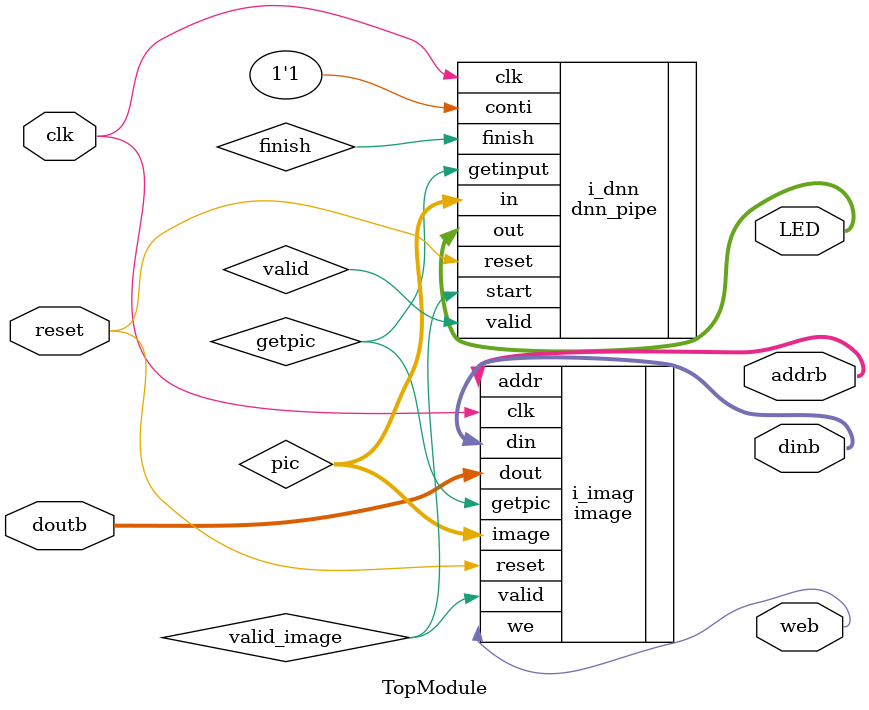
<source format=v>
`timescale 1ns / 1ps
module TopModule(clk,reset,addrb,web,dinb,doutb,LED);

parameter WIDTH = 8;
parameter PIX_W = 28;
parameter PIX_H = 28;
parameter OUTNODE = 10;

input clk;
input reset;
output [7:0] addrb;
output web;
output [31:0] dinb;
input [31:0] doutb;
output [3:0] LED;

wire [WIDTH*PIX_H*PIX_W-1:0] pic;
wire [$clog2(OUTNODE)-1:0] out;
wire valid, valid_image;
wire [WIDTH*OUTNODE-1:0] out12;
wire finish;
wire getpic;

image #(.WIDTH(WIDTH),.PIX_W(PIX_W), .PIX_H(PIX_H)) i_imag(.clk(clk), .reset(reset), .we(web), .addr(addrb), .din(dinb), .dout(doutb), .image(pic), .valid(valid_image), .getpic(getpic));
dnn_pipe #(.WIDTH(WIDTH), .INNODE(PIX_W*PIX_H), .OUTNODE(OUTNODE)) i_dnn(.clk(clk), .reset(reset), .in(pic), .out(LED), .start(valid_image), .valid(valid), .finish(finish), .conti(1'b1), .getinput(getpic));
//SevenSegment i_seg(.clk(clk), .reset(reset), .num(out), .seg(SEG), .valid(valid));

endmodule

</source>
